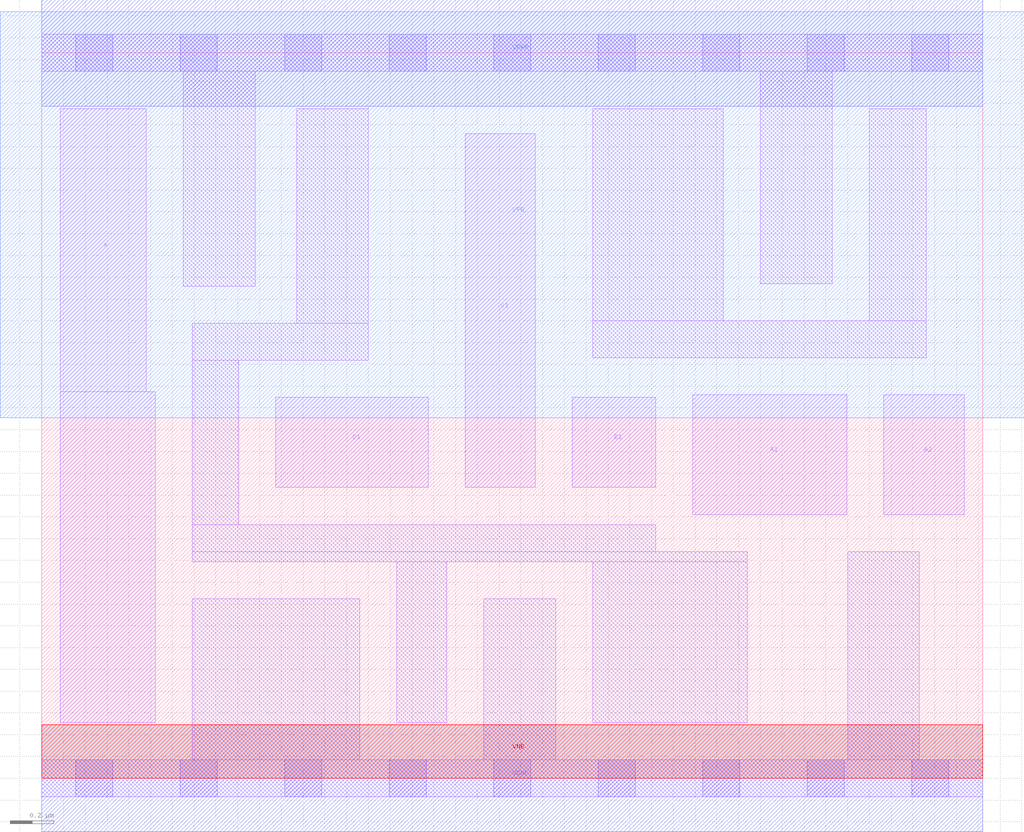
<source format=lef>
# Copyright 2020 The SkyWater PDK Authors
#
# Licensed under the Apache License, Version 2.0 (the "License");
# you may not use this file except in compliance with the License.
# You may obtain a copy of the License at
#
#     https://www.apache.org/licenses/LICENSE-2.0
#
# Unless required by applicable law or agreed to in writing, software
# distributed under the License is distributed on an "AS IS" BASIS,
# WITHOUT WARRANTIES OR CONDITIONS OF ANY KIND, either express or implied.
# See the License for the specific language governing permissions and
# limitations under the License.
#
# SPDX-License-Identifier: Apache-2.0

VERSION 5.7 ;
  NOWIREEXTENSIONATPIN ON ;
  DIVIDERCHAR "/" ;
  BUSBITCHARS "[]" ;
MACRO sky130_fd_sc_lp__a2111o_1
  CLASS CORE ;
  FOREIGN sky130_fd_sc_lp__a2111o_1 ;
  ORIGIN  0.000000  0.000000 ;
  SIZE  4.320000 BY  3.330000 ;
  SYMMETRY X Y R90 ;
  SITE unit ;
  PIN A1
    ANTENNAGATEAREA  0.315000 ;
    DIRECTION INPUT ;
    USE SIGNAL ;
    PORT
      LAYER li1 ;
        RECT 2.990000 1.210000 3.695000 1.760000 ;
    END
  END A1
  PIN A2
    ANTENNAGATEAREA  0.315000 ;
    DIRECTION INPUT ;
    USE SIGNAL ;
    PORT
      LAYER li1 ;
        RECT 3.865000 1.210000 4.235000 1.760000 ;
    END
  END A2
  PIN B1
    ANTENNAGATEAREA  0.315000 ;
    DIRECTION INPUT ;
    USE SIGNAL ;
    PORT
      LAYER li1 ;
        RECT 2.435000 1.335000 2.820000 1.750000 ;
    END
  END B1
  PIN C1
    ANTENNAGATEAREA  0.315000 ;
    DIRECTION INPUT ;
    USE SIGNAL ;
    PORT
      LAYER li1 ;
        RECT 1.945000 1.335000 2.265000 2.960000 ;
    END
  END C1
  PIN D1
    ANTENNAGATEAREA  0.315000 ;
    DIRECTION INPUT ;
    USE SIGNAL ;
    PORT
      LAYER li1 ;
        RECT 1.075000 1.335000 1.775000 1.750000 ;
    END
  END D1
  PIN X
    ANTENNADIFFAREA  0.556500 ;
    DIRECTION OUTPUT ;
    USE SIGNAL ;
    PORT
      LAYER li1 ;
        RECT 0.085000 0.255000 0.520000 1.775000 ;
        RECT 0.085000 1.775000 0.480000 3.075000 ;
    END
  END X
  PIN VGND
    DIRECTION INOUT ;
    USE GROUND ;
    PORT
      LAYER met1 ;
        RECT 0.000000 -0.245000 4.320000 0.245000 ;
    END
  END VGND
  PIN VNB
    DIRECTION INOUT ;
    USE GROUND ;
    PORT
      LAYER pwell ;
        RECT 0.000000 0.000000 4.320000 0.245000 ;
    END
  END VNB
  PIN VPB
    DIRECTION INOUT ;
    USE POWER ;
    PORT
      LAYER nwell ;
        RECT -0.190000 1.655000 4.510000 3.520000 ;
    END
  END VPB
  PIN VPWR
    DIRECTION INOUT ;
    USE POWER ;
    PORT
      LAYER met1 ;
        RECT 0.000000 3.085000 4.320000 3.575000 ;
    END
  END VPWR
  OBS
    LAYER li1 ;
      RECT 0.000000 -0.085000 4.320000 0.085000 ;
      RECT 0.000000  3.245000 4.320000 3.415000 ;
      RECT 0.650000  2.260000 0.980000 3.245000 ;
      RECT 0.690000  0.085000 1.460000 0.825000 ;
      RECT 0.690000  0.995000 3.240000 1.040000 ;
      RECT 0.690000  1.040000 2.820000 1.165000 ;
      RECT 0.690000  1.165000 0.905000 1.920000 ;
      RECT 0.690000  1.920000 1.500000 2.090000 ;
      RECT 1.170000  2.090000 1.500000 3.075000 ;
      RECT 1.630000  0.255000 1.860000 0.995000 ;
      RECT 2.030000  0.085000 2.360000 0.825000 ;
      RECT 2.530000  0.255000 3.240000 0.995000 ;
      RECT 2.530000  1.930000 4.060000 2.100000 ;
      RECT 2.530000  2.100000 3.130000 3.075000 ;
      RECT 3.300000  2.270000 3.630000 3.245000 ;
      RECT 3.700000  0.085000 4.030000 1.040000 ;
      RECT 3.800000  2.100000 4.060000 3.075000 ;
    LAYER mcon ;
      RECT 0.155000 -0.085000 0.325000 0.085000 ;
      RECT 0.155000  3.245000 0.325000 3.415000 ;
      RECT 0.635000 -0.085000 0.805000 0.085000 ;
      RECT 0.635000  3.245000 0.805000 3.415000 ;
      RECT 1.115000 -0.085000 1.285000 0.085000 ;
      RECT 1.115000  3.245000 1.285000 3.415000 ;
      RECT 1.595000 -0.085000 1.765000 0.085000 ;
      RECT 1.595000  3.245000 1.765000 3.415000 ;
      RECT 2.075000 -0.085000 2.245000 0.085000 ;
      RECT 2.075000  3.245000 2.245000 3.415000 ;
      RECT 2.555000 -0.085000 2.725000 0.085000 ;
      RECT 2.555000  3.245000 2.725000 3.415000 ;
      RECT 3.035000 -0.085000 3.205000 0.085000 ;
      RECT 3.035000  3.245000 3.205000 3.415000 ;
      RECT 3.515000 -0.085000 3.685000 0.085000 ;
      RECT 3.515000  3.245000 3.685000 3.415000 ;
      RECT 3.995000 -0.085000 4.165000 0.085000 ;
      RECT 3.995000  3.245000 4.165000 3.415000 ;
  END
END sky130_fd_sc_lp__a2111o_1
END LIBRARY

</source>
